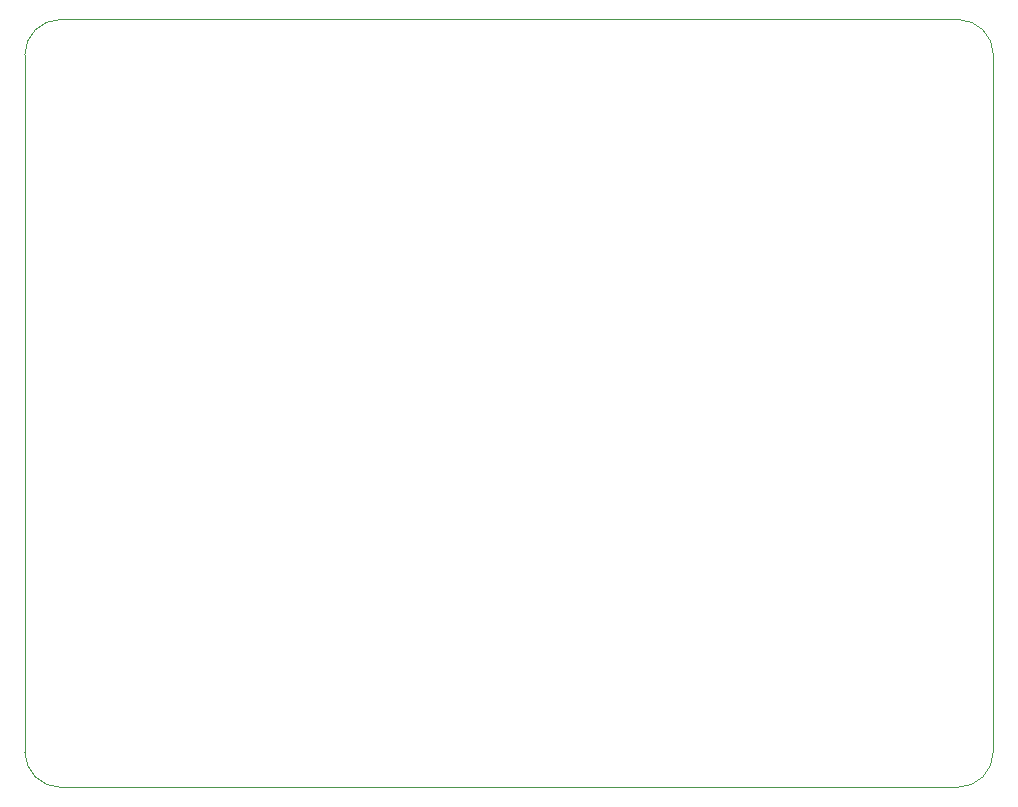
<source format=gbr>
%TF.GenerationSoftware,KiCad,Pcbnew,(5.0.0)*%
%TF.CreationDate,2019-06-08T16:18:31-05:00*%
%TF.ProjectId,BPSTemperature,42505354656D70657261747572652E6B,rev?*%
%TF.SameCoordinates,Original*%
%TF.FileFunction,Profile,NP*%
%FSLAX46Y46*%
G04 Gerber Fmt 4.6, Leading zero omitted, Abs format (unit mm)*
G04 Created by KiCad (PCBNEW (5.0.0)) date 06/08/19 16:18:31*
%MOMM*%
%LPD*%
G01*
G04 APERTURE LIST*
%ADD10C,0.100000*%
G04 APERTURE END LIST*
D10*
X132000000Y-70000000D02*
G75*
G02X135000000Y-73000000I0J-3000000D01*
G01*
X53000000Y-73000000D02*
G75*
G02X56000000Y-70000000I3000000J0D01*
G01*
X56000000Y-135000000D02*
G75*
G02X53000000Y-132000000I0J3000000D01*
G01*
X135000000Y-132000000D02*
G75*
G02X132000000Y-135000000I-3000000J0D01*
G01*
X135000000Y-73000000D02*
X135000000Y-132000000D01*
X56000000Y-70000000D02*
X132000000Y-70000000D01*
X53000000Y-132000000D02*
X53000000Y-73000000D01*
X132000000Y-135000000D02*
X56000000Y-135000000D01*
M02*

</source>
